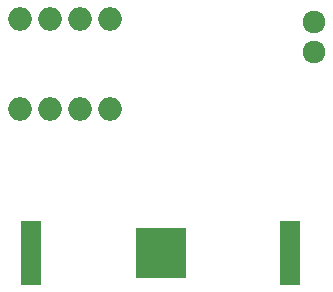
<source format=gbr>
G04 #@! TF.FileFunction,Soldermask,Bot*
%FSLAX46Y46*%
G04 Gerber Fmt 4.6, Leading zero omitted, Abs format (unit mm)*
G04 Created by KiCad (PCBNEW 4.0.5+dfsg1-4) date Thu Mar 22 11:03:11 2018*
%MOMM*%
%LPD*%
G01*
G04 APERTURE LIST*
%ADD10C,0.100000*%
%ADD11R,4.360000X4.360000*%
%ADD12R,1.670000X5.480000*%
%ADD13O,2.000000X2.000000*%
%ADD14C,1.924000*%
G04 APERTURE END LIST*
D10*
D11*
X134874000Y-96266000D03*
D12*
X123889000Y-96266000D03*
X145859000Y-96266000D03*
D13*
X122936000Y-84074000D03*
X125476000Y-84074000D03*
X128016000Y-84074000D03*
X130556000Y-84074000D03*
X130556000Y-76454000D03*
X128016000Y-76454000D03*
X125476000Y-76454000D03*
X122936000Y-76454000D03*
D14*
X147828000Y-79248000D03*
X147828000Y-76708000D03*
M02*

</source>
